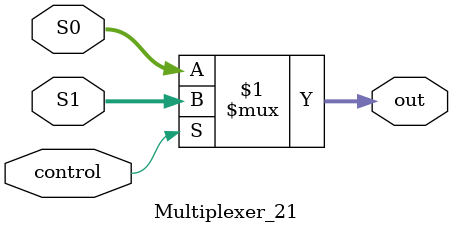
<source format=v>
`timescale 1ns / 1ps
module Multiplexer_21(input control,input [31:0] S0,
	input [31:0] S1,output [31:0] out);
    assign out = control ? S1 : S0;
endmodule
</source>
